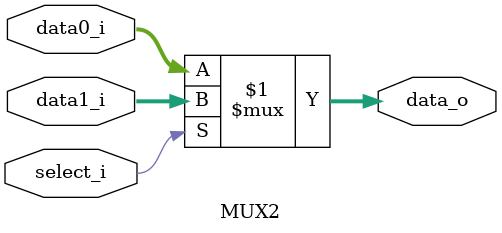
<source format=v>
module MUX2
(
    data0_i,
    data1_i,
    select_i,
    data_o
);

// Ports
input   [31:0]      data0_i;
input   [31:0]      data1_i;
input               select_i;
output  [31:0]      data_o;

assign data_o = select_i? data1_i : data0_i;

endmodule

</source>
